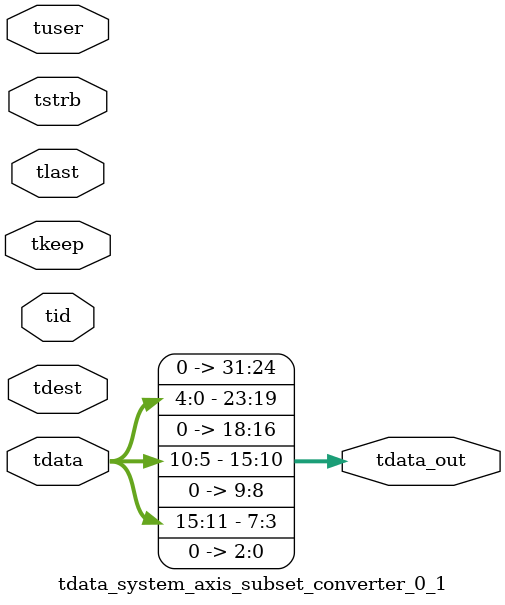
<source format=v>


`timescale 1ps/1ps

module tdata_system_axis_subset_converter_0_1 #
(
parameter C_S_AXIS_TDATA_WIDTH = 32,
parameter C_S_AXIS_TUSER_WIDTH = 0,
parameter C_S_AXIS_TID_WIDTH   = 0,
parameter C_S_AXIS_TDEST_WIDTH = 0,
parameter C_M_AXIS_TDATA_WIDTH = 32
)
(
input  [(C_S_AXIS_TDATA_WIDTH == 0 ? 1 : C_S_AXIS_TDATA_WIDTH)-1:0     ] tdata,
input  [(C_S_AXIS_TUSER_WIDTH == 0 ? 1 : C_S_AXIS_TUSER_WIDTH)-1:0     ] tuser,
input  [(C_S_AXIS_TID_WIDTH   == 0 ? 1 : C_S_AXIS_TID_WIDTH)-1:0       ] tid,
input  [(C_S_AXIS_TDEST_WIDTH == 0 ? 1 : C_S_AXIS_TDEST_WIDTH)-1:0     ] tdest,
input  [(C_S_AXIS_TDATA_WIDTH/8)-1:0 ] tkeep,
input  [(C_S_AXIS_TDATA_WIDTH/8)-1:0 ] tstrb,
input                                                                    tlast,
output [C_M_AXIS_TDATA_WIDTH-1:0] tdata_out
);

assign tdata_out = {tdata[4:0],3'b000,tdata[10:5],2'b00,tdata[15:11],3'b000};

endmodule


</source>
